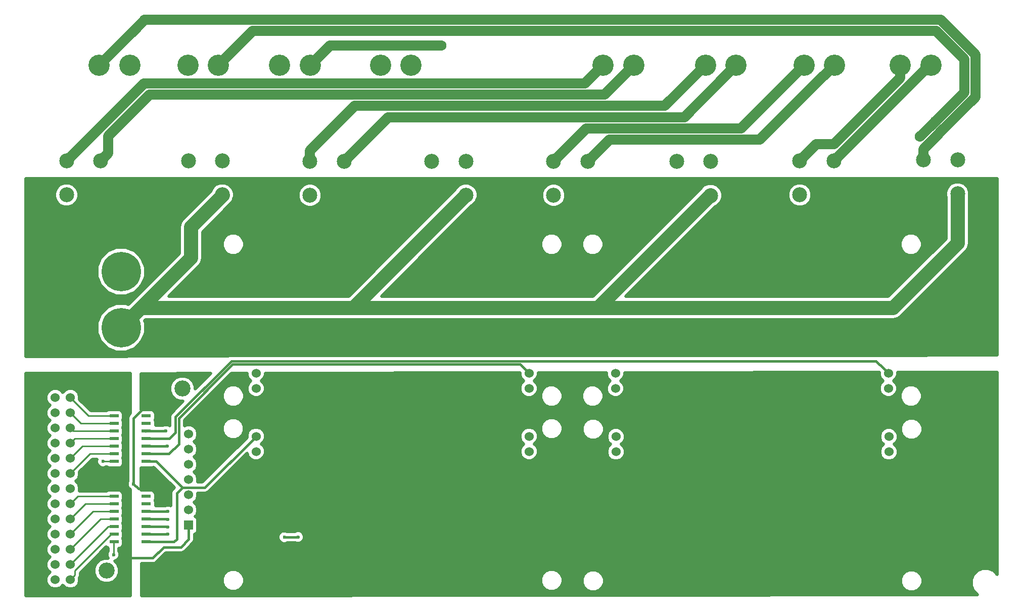
<source format=gbl>
G04 #@! TF.FileFunction,Copper,L2,Bot,Signal*
%FSLAX46Y46*%
G04 Gerber Fmt 4.6, Leading zero omitted, Abs format (unit mm)*
G04 Created by KiCad (PCBNEW 4.0.7) date 01/25/18 14:49:12*
%MOMM*%
%LPD*%
G01*
G04 APERTURE LIST*
%ADD10C,0.100000*%
%ADD11C,2.692400*%
%ADD12R,1.524000X1.524000*%
%ADD13C,1.524000*%
%ADD14C,2.500000*%
%ADD15C,3.556000*%
%ADD16C,6.604000*%
%ADD17R,1.550000X0.600000*%
%ADD18C,1.727200*%
%ADD19C,0.600000*%
%ADD20C,1.727200*%
%ADD21C,0.381000*%
%ADD22C,0.152400*%
%ADD23C,0.254000*%
%ADD24C,2.362200*%
%ADD25C,0.508000*%
G04 APERTURE END LIST*
D10*
D11*
X77093990Y-114586324D03*
X64393990Y-145066324D03*
D12*
X53217990Y-146590324D03*
D13*
X58297990Y-146590324D03*
X78109990Y-122206324D03*
X78109990Y-124746324D03*
X78109990Y-127286324D03*
X78109990Y-129826324D03*
X78109990Y-132366324D03*
X78109990Y-134906324D03*
D12*
X78109990Y-137446324D03*
D13*
X55757990Y-146590324D03*
X58297990Y-144050324D03*
X55757990Y-144050324D03*
X58297990Y-141510324D03*
X55757990Y-141510324D03*
X58297990Y-138970324D03*
X55757990Y-138970324D03*
X58297990Y-136430324D03*
X55757990Y-136430324D03*
X58297990Y-133890324D03*
X55757990Y-133890324D03*
X58297990Y-131350324D03*
X55757990Y-131350324D03*
X58297990Y-128810324D03*
X55757990Y-128810324D03*
X58297990Y-126270324D03*
X55757990Y-126270324D03*
X58297990Y-123730324D03*
X55757990Y-123730324D03*
X58297990Y-121190324D03*
X55757990Y-121190324D03*
X58297990Y-118650324D03*
X55757990Y-118650324D03*
X58297990Y-116110324D03*
X55757990Y-116110324D03*
D12*
X53217990Y-144050324D03*
X53217990Y-141510324D03*
X53217990Y-138970324D03*
X53217990Y-136430324D03*
X53217990Y-133890324D03*
X53217990Y-131350324D03*
X53217990Y-128810324D03*
X53217990Y-126270324D03*
X53217990Y-123730324D03*
X53217990Y-121190324D03*
X53217990Y-118650324D03*
X53217990Y-116110324D03*
X195324342Y-117090262D03*
D13*
X195324342Y-114550262D03*
X195324342Y-112010262D03*
D14*
X98440000Y-76525000D03*
X104140000Y-76525000D03*
X98440000Y-82225000D03*
X104140000Y-82225000D03*
D15*
X152654000Y-60452000D03*
X147523200Y-60452000D03*
X63119000Y-60452000D03*
X68249800Y-60452000D03*
X169799000Y-60452000D03*
X164668200Y-60452000D03*
X77978000Y-60452000D03*
X83108800Y-60452000D03*
X186309000Y-60452000D03*
X181178200Y-60452000D03*
X93345000Y-60452000D03*
X98475800Y-60452000D03*
X202438000Y-60452000D03*
X197307200Y-60452000D03*
X110236000Y-60452000D03*
X115366800Y-60452000D03*
D16*
X66802000Y-94996000D03*
X59639200Y-94996000D03*
X66802000Y-104394000D03*
X59639200Y-104394000D03*
D17*
X70997990Y-140240324D03*
X70997990Y-137700324D03*
X70997990Y-136430324D03*
X70997990Y-135160324D03*
X70997990Y-133890324D03*
X70997990Y-132620324D03*
X70997990Y-131350324D03*
X65609990Y-131350324D03*
X65609990Y-132620324D03*
X65609990Y-133890324D03*
X65609990Y-135160324D03*
X65609990Y-136430324D03*
X65609990Y-137700324D03*
X65609990Y-138970324D03*
X65609990Y-140240324D03*
X70997990Y-138970324D03*
X70997990Y-126778324D03*
X70997990Y-124238324D03*
X70997990Y-122968324D03*
X70997990Y-121698324D03*
X70997990Y-120428324D03*
X70997990Y-119158324D03*
X70997990Y-117888324D03*
X65609990Y-117888324D03*
X65609990Y-119158324D03*
X65609990Y-120428324D03*
X65609990Y-121698324D03*
X65609990Y-122968324D03*
X65609990Y-124238324D03*
X65609990Y-125508324D03*
X65609990Y-126778324D03*
X70997990Y-125508324D03*
D12*
X149606000Y-117094000D03*
D13*
X149606000Y-114554000D03*
X149606000Y-112014000D03*
D12*
X195402200Y-120091200D03*
D13*
X195402200Y-122631200D03*
X195402200Y-125171200D03*
D12*
X89408000Y-117090262D03*
D13*
X89408000Y-114550262D03*
X89408000Y-112010262D03*
D12*
X135128000Y-120015000D03*
D13*
X135128000Y-122555000D03*
X135128000Y-125095000D03*
D12*
X135115041Y-117093775D03*
D13*
X135115041Y-114553775D03*
X135115041Y-112013775D03*
D12*
X89393557Y-120017065D03*
D13*
X89393557Y-122557065D03*
X89393557Y-125097065D03*
D12*
X149682200Y-120091200D03*
D13*
X149682200Y-122631200D03*
X149682200Y-125171200D03*
D14*
X83743800Y-76454000D03*
X78043800Y-76454000D03*
X83743800Y-82154000D03*
X78043800Y-82154000D03*
X124547800Y-76499600D03*
X118847800Y-76499600D03*
X124547800Y-82199600D03*
X118847800Y-82199600D03*
X165531800Y-76555600D03*
X159831800Y-76555600D03*
X165531800Y-82255600D03*
X159831800Y-82255600D03*
X206918800Y-76276200D03*
X201218800Y-76276200D03*
X206918800Y-81976200D03*
X201218800Y-81976200D03*
X180482000Y-76454000D03*
X186182000Y-76454000D03*
X180482000Y-82154000D03*
X186182000Y-82154000D03*
X139244000Y-76525000D03*
X144944000Y-76525000D03*
X139244000Y-82225000D03*
X144944000Y-82225000D03*
X57658000Y-76454000D03*
X63358000Y-76454000D03*
X57658000Y-82154000D03*
X63358000Y-82154000D03*
D18*
X200629648Y-72390000D03*
X120396000Y-57150000D03*
D19*
X74650600Y-137718800D03*
X74650600Y-136448800D03*
X96418400Y-139420600D03*
X94157800Y-139446000D03*
X74650600Y-135153400D03*
X68859400Y-130530600D03*
X72644000Y-146177000D03*
X65532000Y-142367000D03*
X63754000Y-126746000D03*
X74650600Y-138963400D03*
X74549000Y-124206000D03*
X74295000Y-121666000D03*
D20*
X71526390Y-65379610D02*
X147726390Y-65379610D01*
X147726390Y-65379610D02*
X152654000Y-60452000D01*
X63358000Y-76454000D02*
X64607999Y-75204001D01*
X64607999Y-75204001D02*
X64607999Y-72298001D01*
X64607999Y-72298001D02*
X71526390Y-65379610D01*
X57658000Y-76454000D02*
X70612000Y-63500000D01*
X70612000Y-63500000D02*
X144475200Y-63500000D01*
X144475200Y-63500000D02*
X147523200Y-60452000D01*
X63119000Y-60452000D02*
X69342000Y-54229000D01*
X204080169Y-52832000D02*
X70739000Y-52832000D01*
X70739000Y-52832000D02*
X69342000Y-54229000D01*
X203845234Y-71882000D02*
X203845234Y-71832582D01*
X209905610Y-65772207D02*
X209905610Y-58657441D01*
X203845234Y-71832582D02*
X209905610Y-65772207D01*
X209905610Y-58657441D02*
X204080169Y-52832000D01*
X201218800Y-76276200D02*
X201218800Y-74508434D01*
X201218800Y-74508434D02*
X203845234Y-71882000D01*
X104140000Y-76525000D02*
X111526170Y-69138830D01*
X111526170Y-69138830D02*
X161112170Y-69138830D01*
X161112170Y-69138830D02*
X168021001Y-62229999D01*
X168021001Y-62229999D02*
X169799000Y-60452000D01*
X98440000Y-76525000D02*
X98440000Y-74757234D01*
X98440000Y-74757234D02*
X105938014Y-67259220D01*
X105938014Y-67259220D02*
X157860980Y-67259220D01*
X157860980Y-67259220D02*
X164668200Y-60452000D01*
X200629648Y-72390000D02*
X202438000Y-70581648D01*
X202438000Y-70581648D02*
X203169648Y-69850000D01*
X208026000Y-59436000D02*
X208026000Y-64993648D01*
X208026000Y-64993648D02*
X202438000Y-70581648D01*
X203301610Y-54711610D02*
X208026000Y-59436000D01*
X88849190Y-54711610D02*
X203301610Y-54711610D01*
X88849190Y-54711610D02*
X83108800Y-60452000D01*
X186309000Y-60452000D02*
X184531001Y-62229999D01*
X184531001Y-62229999D02*
X184404001Y-62229999D01*
X184404001Y-62229999D02*
X173735950Y-72898050D01*
X173735950Y-72898050D02*
X148570950Y-72898050D01*
X148570950Y-72898050D02*
X144944000Y-76525000D01*
X144944000Y-76525000D02*
X144944000Y-76163000D01*
X139244000Y-76525000D02*
X144750560Y-71018440D01*
X144750560Y-71018440D02*
X170611760Y-71018440D01*
X170611760Y-71018440D02*
X181178200Y-60452000D01*
X120396000Y-57150000D02*
X101777800Y-57150000D01*
X101777800Y-57150000D02*
X98475800Y-60452000D01*
X186182000Y-76454000D02*
X202184000Y-60452000D01*
X202184000Y-60452000D02*
X202438000Y-60452000D01*
X186182000Y-73660000D02*
X183276000Y-73660000D01*
X183276000Y-73660000D02*
X180482000Y-76454000D01*
X197307200Y-62534800D02*
X186182000Y-73660000D01*
X197307200Y-60452000D02*
X197307200Y-62534800D01*
D21*
X70997990Y-137700324D02*
X74632124Y-137700324D01*
X74632124Y-137700324D02*
X74650600Y-137718800D01*
D22*
X71304724Y-137700324D02*
X70997990Y-137700324D01*
D23*
X70997990Y-137700324D02*
X71472990Y-137700324D01*
D21*
X70997990Y-136430324D02*
X74632124Y-136430324D01*
X74632124Y-136430324D02*
X74650600Y-136448800D01*
X71646476Y-136430324D02*
X70997990Y-136430324D01*
D23*
X70522990Y-136430324D02*
X70997990Y-136430324D01*
D21*
X94607464Y-139420600D02*
X96418400Y-139420600D01*
X94157800Y-139446000D02*
X94582064Y-139446000D01*
X94582064Y-139446000D02*
X94607464Y-139420600D01*
X70997990Y-135160324D02*
X74643676Y-135160324D01*
X74643676Y-135160324D02*
X74650600Y-135153400D01*
D22*
X71472990Y-135160324D02*
X70997990Y-135160324D01*
X70752676Y-135160324D02*
X70997990Y-135160324D01*
D23*
X71576588Y-135160324D02*
X70997990Y-135160324D01*
X70997990Y-133890324D02*
X71472990Y-133890324D01*
D21*
X70997990Y-131350324D02*
X70071676Y-131350324D01*
X70997990Y-117888324D02*
X70522990Y-117888324D01*
X70522990Y-117888324D02*
X68859400Y-119551914D01*
X68859400Y-119551914D02*
X68859400Y-130530600D01*
X68859400Y-130530600D02*
X69679124Y-131350324D01*
X69679124Y-131350324D02*
X70997990Y-131350324D01*
D22*
X71374000Y-128143000D02*
X71374000Y-128016000D01*
X70997990Y-128519010D02*
X71374000Y-128143000D01*
X70997990Y-131350324D02*
X70997990Y-128519010D01*
D21*
X68021200Y-143002000D02*
X68097400Y-142925800D01*
X68097400Y-142925800D02*
X72085200Y-142925800D01*
X72085200Y-142925800D02*
X73914000Y-141097000D01*
X73914000Y-141097000D02*
X76809600Y-141097000D01*
X76809600Y-141097000D02*
X78109990Y-139796610D01*
X78109990Y-139796610D02*
X78109990Y-137446324D01*
D23*
X68021200Y-143002000D02*
X67691000Y-143002000D01*
X63659324Y-131350324D02*
X62357000Y-130048000D01*
X65609990Y-131350324D02*
X63659324Y-131350324D01*
X65532000Y-142367000D02*
X65532000Y-140318314D01*
X65532000Y-140318314D02*
X65609990Y-140240324D01*
X65609990Y-126778324D02*
X63786324Y-126778324D01*
X63786324Y-126778324D02*
X63754000Y-126746000D01*
X66084990Y-140240324D02*
X65609990Y-140240324D01*
D21*
X70997990Y-138970324D02*
X74643676Y-138970324D01*
X74643676Y-138970324D02*
X74650600Y-138963400D01*
D22*
X71472990Y-138970324D02*
X70997990Y-138970324D01*
D23*
X70965666Y-138938000D02*
X70997990Y-138970324D01*
X70941638Y-138913972D02*
X70997990Y-138970324D01*
X70461724Y-138970324D02*
X70997990Y-138970324D01*
D21*
X72153990Y-124238324D02*
X72186314Y-124206000D01*
X72186314Y-124206000D02*
X74549000Y-124206000D01*
X70997990Y-124238324D02*
X72153990Y-124238324D01*
D22*
X70522990Y-124238324D02*
X70997990Y-124238324D01*
D23*
X71472990Y-124238324D02*
X70997990Y-124238324D01*
D21*
X70997990Y-122968324D02*
X74897676Y-122968324D01*
X74897676Y-122968324D02*
X75920590Y-121945410D01*
X85250055Y-109956590D02*
X193270670Y-109956590D01*
X75920590Y-121945410D02*
X75920590Y-119286055D01*
X193270670Y-109956590D02*
X194562343Y-111248263D01*
X75920590Y-119286055D02*
X85250055Y-109956590D01*
X194562343Y-111248263D02*
X195324342Y-112010262D01*
D22*
X71030314Y-122936000D02*
X70997990Y-122968324D01*
D23*
X71472990Y-122968324D02*
X70997990Y-122968324D01*
D21*
X70997990Y-121698324D02*
X74262676Y-121698324D01*
X74262676Y-121698324D02*
X74295000Y-121666000D01*
D23*
X70903314Y-121793000D02*
X70997990Y-121698324D01*
D24*
X78486000Y-87559000D02*
X78486000Y-92710000D01*
X78486000Y-92710000D02*
X70103999Y-101092001D01*
X83820000Y-82225000D02*
X78486000Y-87559000D01*
X206920000Y-81971000D02*
X206920000Y-90260000D01*
X196087999Y-101092001D02*
X192058037Y-101092001D01*
X206920000Y-90260000D02*
X196087999Y-101092001D01*
X192058037Y-101092001D02*
X145542000Y-101092001D01*
X70103999Y-101092001D02*
X104648000Y-101092001D01*
X104648000Y-101092001D02*
X145542000Y-101092001D01*
X124572000Y-82225000D02*
X105704999Y-101092001D01*
X105704999Y-101092001D02*
X104648000Y-101092001D01*
X165518000Y-82225000D02*
X146650999Y-101092001D01*
X146650999Y-101092001D02*
X145542000Y-101092001D01*
X66802000Y-104394000D02*
X70103999Y-101092001D01*
D23*
X65134990Y-138970324D02*
X59059989Y-145045325D01*
X59059989Y-145045325D02*
X59059989Y-145828325D01*
X59059989Y-145828325D02*
X58297990Y-146590324D01*
X65609990Y-138970324D02*
X65134990Y-138970324D01*
X64647990Y-137700324D02*
X59059989Y-143288325D01*
X59059989Y-143288325D02*
X58297990Y-144050324D01*
X65609990Y-137700324D02*
X64647990Y-137700324D01*
X63377990Y-136430324D02*
X58297990Y-141510324D01*
X65609990Y-136430324D02*
X63377990Y-136430324D01*
X65609990Y-135160324D02*
X62107990Y-135160324D01*
X62107990Y-135160324D02*
X58297990Y-138970324D01*
X60837990Y-133890324D02*
X58297990Y-136430324D01*
X65609990Y-133890324D02*
X60837990Y-133890324D01*
X65609990Y-132620324D02*
X59567990Y-132620324D01*
X59567990Y-132620324D02*
X58297990Y-133890324D01*
X61599990Y-125508324D02*
X58297990Y-128810324D01*
X65609990Y-125508324D02*
X61599990Y-125508324D01*
X60329990Y-124238324D02*
X58297990Y-126270324D01*
X65609990Y-124238324D02*
X60329990Y-124238324D01*
X65609990Y-122968324D02*
X59059989Y-122968325D01*
X59059989Y-122968325D02*
X58297990Y-123730324D01*
X65609990Y-121698324D02*
X58805990Y-121698324D01*
X58805990Y-121698324D02*
X58297990Y-121190324D01*
X65609990Y-120428324D02*
X60075990Y-120428324D01*
X60075990Y-120428324D02*
X58297990Y-118650324D01*
X65609990Y-119158324D02*
X61345990Y-119158324D01*
X61345990Y-119158324D02*
X58297990Y-116110324D01*
D21*
X70997990Y-125508324D02*
X74770676Y-125508324D01*
X74770676Y-125508324D02*
X76454000Y-123825000D01*
X76454000Y-119507000D02*
X85471000Y-110490000D01*
X76454000Y-123825000D02*
X76454000Y-119507000D01*
X85471000Y-110490000D02*
X133591266Y-110490000D01*
X133591266Y-110490000D02*
X135115041Y-112013775D01*
D22*
X63358000Y-82154000D02*
X63358000Y-91277200D01*
X63358000Y-91277200D02*
X59639200Y-94996000D01*
D21*
X70997990Y-126778324D02*
X72669401Y-126778324D01*
X72669401Y-126778324D02*
X77038200Y-131147123D01*
X73983276Y-140240324D02*
X73787000Y-140240324D01*
X73787000Y-140240324D02*
X70997990Y-140240324D01*
X76098400Y-139801600D02*
X75659676Y-140240324D01*
X75659676Y-140240324D02*
X73787000Y-140240324D01*
X77038200Y-131147123D02*
X80803499Y-131147123D01*
X77038200Y-131147123D02*
X76098400Y-132086923D01*
X76098400Y-132086923D02*
X76098400Y-139801600D01*
X80803499Y-131147123D02*
X89393557Y-122557065D01*
D25*
G36*
X213528365Y-108967700D02*
X189947420Y-109004090D01*
X85250055Y-109004090D01*
X84885549Y-109076595D01*
X84751102Y-109166430D01*
X50842235Y-109218758D01*
X50842751Y-105198833D01*
X62737297Y-105198833D01*
X63354700Y-106693063D01*
X64496923Y-107837282D01*
X65990074Y-108457293D01*
X67606833Y-108458703D01*
X69101063Y-107841300D01*
X70245282Y-106699077D01*
X70865293Y-105205926D01*
X70866703Y-103589167D01*
X70717029Y-103226929D01*
X70908857Y-103035101D01*
X196087999Y-103035101D01*
X196831591Y-102887191D01*
X197461978Y-102465980D01*
X208293979Y-91633979D01*
X208715190Y-91003592D01*
X208863100Y-90260000D01*
X208863100Y-82540364D01*
X208930450Y-82378167D01*
X208931148Y-81577744D01*
X208625485Y-80837983D01*
X208059994Y-80271504D01*
X207320767Y-79964550D01*
X206520344Y-79963852D01*
X205780583Y-80269515D01*
X205214104Y-80835006D01*
X204907150Y-81574233D01*
X204906452Y-82374656D01*
X204976900Y-82545153D01*
X204976900Y-89455142D01*
X195283141Y-99148901D01*
X151342057Y-99148901D01*
X159703491Y-90787467D01*
X197279821Y-90787467D01*
X197561511Y-91469210D01*
X197561705Y-91469404D01*
X197563169Y-91472948D01*
X198084309Y-91994998D01*
X198765559Y-92277878D01*
X199503205Y-92278521D01*
X200184948Y-91996831D01*
X200706998Y-91475691D01*
X200989878Y-90794441D01*
X200990521Y-90056795D01*
X200708831Y-89375052D01*
X200708637Y-89374858D01*
X200707173Y-89371314D01*
X200186033Y-88849264D01*
X199504783Y-88566384D01*
X198767137Y-88565741D01*
X198085394Y-88847431D01*
X197563344Y-89368571D01*
X197280464Y-90049821D01*
X197279821Y-90787467D01*
X159703491Y-90787467D01*
X166429148Y-84061810D01*
X166670017Y-83962285D01*
X167236496Y-83396794D01*
X167543450Y-82657567D01*
X167543541Y-82552456D01*
X178469652Y-82552456D01*
X178775315Y-83292217D01*
X179340806Y-83858696D01*
X180080033Y-84165650D01*
X180880456Y-84166348D01*
X181620217Y-83860685D01*
X182186696Y-83295194D01*
X182493650Y-82555967D01*
X182494348Y-81755544D01*
X182188685Y-81015783D01*
X181623194Y-80449304D01*
X180883967Y-80142350D01*
X180083544Y-80141652D01*
X179343783Y-80447315D01*
X178777304Y-81012806D01*
X178470350Y-81752033D01*
X178469652Y-82552456D01*
X167543541Y-82552456D01*
X167544148Y-81857144D01*
X167238485Y-81117383D01*
X166672994Y-80550904D01*
X165933767Y-80243950D01*
X165133344Y-80243252D01*
X164393583Y-80548915D01*
X163827104Y-81114406D01*
X163789091Y-81205951D01*
X145846141Y-99148901D01*
X110396057Y-99148901D01*
X118753978Y-90790980D01*
X137070520Y-90790980D01*
X137352210Y-91472723D01*
X137873350Y-91994773D01*
X138554600Y-92277653D01*
X139292246Y-92278296D01*
X139300758Y-92274779D01*
X139305205Y-92274783D01*
X139986948Y-91993093D01*
X140508998Y-91471953D01*
X140791878Y-90790703D01*
X140791880Y-90787467D01*
X143939821Y-90787467D01*
X144221511Y-91469210D01*
X144221705Y-91469404D01*
X144223169Y-91472948D01*
X144744309Y-91994998D01*
X145425559Y-92277878D01*
X146163205Y-92278521D01*
X146844948Y-91996831D01*
X147366998Y-91475691D01*
X147649878Y-90794441D01*
X147650521Y-90056795D01*
X147368831Y-89375052D01*
X147368637Y-89374858D01*
X147367173Y-89371314D01*
X146846033Y-88849264D01*
X146164783Y-88566384D01*
X145427137Y-88565741D01*
X144745394Y-88847431D01*
X144223344Y-89368571D01*
X143940464Y-90049821D01*
X143939821Y-90787467D01*
X140791880Y-90787467D01*
X140792521Y-90053057D01*
X140510831Y-89371314D01*
X139989691Y-88849264D01*
X139308441Y-88566384D01*
X138570795Y-88565741D01*
X138562283Y-88569258D01*
X138557836Y-88569254D01*
X137876093Y-88850944D01*
X137354043Y-89372084D01*
X137071163Y-90053334D01*
X137070520Y-90790980D01*
X118753978Y-90790980D01*
X125605336Y-83939622D01*
X125686017Y-83906285D01*
X126252496Y-83340794D01*
X126550360Y-82623456D01*
X137231652Y-82623456D01*
X137537315Y-83363217D01*
X138102806Y-83929696D01*
X138842033Y-84236650D01*
X139642456Y-84237348D01*
X140382217Y-83931685D01*
X140948696Y-83366194D01*
X141255650Y-82626967D01*
X141256348Y-81826544D01*
X140950685Y-81086783D01*
X140385194Y-80520304D01*
X139645967Y-80213350D01*
X138845544Y-80212652D01*
X138105783Y-80518315D01*
X137539304Y-81083806D01*
X137232350Y-81823033D01*
X137231652Y-82623456D01*
X126550360Y-82623456D01*
X126559450Y-82601567D01*
X126560148Y-81801144D01*
X126254485Y-81061383D01*
X125688994Y-80494904D01*
X124949767Y-80187950D01*
X124149344Y-80187252D01*
X123409583Y-80492915D01*
X122843104Y-81058406D01*
X122738343Y-81310699D01*
X104900141Y-99148901D01*
X74795057Y-99148901D01*
X79859979Y-94083980D01*
X80281190Y-93453592D01*
X80429100Y-92710000D01*
X80429100Y-90790980D01*
X83730520Y-90790980D01*
X84012210Y-91472723D01*
X84533350Y-91994773D01*
X85214600Y-92277653D01*
X85952246Y-92278296D01*
X85960758Y-92274779D01*
X85965205Y-92274783D01*
X86646948Y-91993093D01*
X87168998Y-91471953D01*
X87451878Y-90790703D01*
X87452521Y-90053057D01*
X87170831Y-89371314D01*
X86649691Y-88849264D01*
X85968441Y-88566384D01*
X85230795Y-88565741D01*
X85222283Y-88569258D01*
X85217836Y-88569254D01*
X84536093Y-88850944D01*
X84014043Y-89372084D01*
X83731163Y-90053334D01*
X83730520Y-90790980D01*
X80429100Y-90790980D01*
X80429100Y-88363858D01*
X85193979Y-83598979D01*
X85293732Y-83449688D01*
X85448496Y-83295194D01*
X85533096Y-83091454D01*
X85615190Y-82968592D01*
X85643766Y-82824932D01*
X85727426Y-82623456D01*
X96427652Y-82623456D01*
X96733315Y-83363217D01*
X97298806Y-83929696D01*
X98038033Y-84236650D01*
X98838456Y-84237348D01*
X99578217Y-83931685D01*
X100144696Y-83366194D01*
X100451650Y-82626967D01*
X100452348Y-81826544D01*
X100146685Y-81086783D01*
X99581194Y-80520304D01*
X98841967Y-80213350D01*
X98041544Y-80212652D01*
X97301783Y-80518315D01*
X96735304Y-81083806D01*
X96428350Y-81823033D01*
X96427652Y-82623456D01*
X85727426Y-82623456D01*
X85755450Y-82555967D01*
X85755706Y-82262171D01*
X85763100Y-82225000D01*
X85755771Y-82188153D01*
X85756148Y-81755544D01*
X85450485Y-81015783D01*
X84884994Y-80449304D01*
X84145767Y-80142350D01*
X83345344Y-80141652D01*
X82605583Y-80447315D01*
X82039104Y-81012806D01*
X81865038Y-81432004D01*
X77112021Y-86185021D01*
X76690810Y-86815408D01*
X76542900Y-87559000D01*
X76542900Y-91905141D01*
X68730020Y-99718022D01*
X67969633Y-100478409D01*
X67613926Y-100330707D01*
X65997167Y-100329297D01*
X64502937Y-100946700D01*
X63358718Y-102088923D01*
X62738707Y-103582074D01*
X62737297Y-105198833D01*
X50842751Y-105198833D01*
X50843957Y-95800833D01*
X62737297Y-95800833D01*
X63354700Y-97295063D01*
X64496923Y-98439282D01*
X65990074Y-99059293D01*
X67606833Y-99060703D01*
X69101063Y-98443300D01*
X70245282Y-97301077D01*
X70865293Y-95807926D01*
X70866703Y-94191167D01*
X70249300Y-92696937D01*
X69107077Y-91552718D01*
X67613926Y-90932707D01*
X65997167Y-90931297D01*
X64502937Y-91548700D01*
X63358718Y-92690923D01*
X62738707Y-94184074D01*
X62737297Y-95800833D01*
X50843957Y-95800833D01*
X50845658Y-82552456D01*
X55645652Y-82552456D01*
X55951315Y-83292217D01*
X56516806Y-83858696D01*
X57256033Y-84165650D01*
X58056456Y-84166348D01*
X58796217Y-83860685D01*
X59362696Y-83295194D01*
X59669650Y-82555967D01*
X59670348Y-81755544D01*
X59364685Y-81015783D01*
X58799194Y-80449304D01*
X58059967Y-80142350D01*
X57259544Y-80141652D01*
X56519783Y-80447315D01*
X55953304Y-81012806D01*
X55646350Y-81752033D01*
X55645652Y-82552456D01*
X50845658Y-82552456D01*
X50846066Y-79375000D01*
X213520716Y-79375000D01*
X213528365Y-108967700D01*
X213528365Y-108967700D01*
G37*
X213528365Y-108967700D02*
X189947420Y-109004090D01*
X85250055Y-109004090D01*
X84885549Y-109076595D01*
X84751102Y-109166430D01*
X50842235Y-109218758D01*
X50842751Y-105198833D01*
X62737297Y-105198833D01*
X63354700Y-106693063D01*
X64496923Y-107837282D01*
X65990074Y-108457293D01*
X67606833Y-108458703D01*
X69101063Y-107841300D01*
X70245282Y-106699077D01*
X70865293Y-105205926D01*
X70866703Y-103589167D01*
X70717029Y-103226929D01*
X70908857Y-103035101D01*
X196087999Y-103035101D01*
X196831591Y-102887191D01*
X197461978Y-102465980D01*
X208293979Y-91633979D01*
X208715190Y-91003592D01*
X208863100Y-90260000D01*
X208863100Y-82540364D01*
X208930450Y-82378167D01*
X208931148Y-81577744D01*
X208625485Y-80837983D01*
X208059994Y-80271504D01*
X207320767Y-79964550D01*
X206520344Y-79963852D01*
X205780583Y-80269515D01*
X205214104Y-80835006D01*
X204907150Y-81574233D01*
X204906452Y-82374656D01*
X204976900Y-82545153D01*
X204976900Y-89455142D01*
X195283141Y-99148901D01*
X151342057Y-99148901D01*
X159703491Y-90787467D01*
X197279821Y-90787467D01*
X197561511Y-91469210D01*
X197561705Y-91469404D01*
X197563169Y-91472948D01*
X198084309Y-91994998D01*
X198765559Y-92277878D01*
X199503205Y-92278521D01*
X200184948Y-91996831D01*
X200706998Y-91475691D01*
X200989878Y-90794441D01*
X200990521Y-90056795D01*
X200708831Y-89375052D01*
X200708637Y-89374858D01*
X200707173Y-89371314D01*
X200186033Y-88849264D01*
X199504783Y-88566384D01*
X198767137Y-88565741D01*
X198085394Y-88847431D01*
X197563344Y-89368571D01*
X197280464Y-90049821D01*
X197279821Y-90787467D01*
X159703491Y-90787467D01*
X166429148Y-84061810D01*
X166670017Y-83962285D01*
X167236496Y-83396794D01*
X167543450Y-82657567D01*
X167543541Y-82552456D01*
X178469652Y-82552456D01*
X178775315Y-83292217D01*
X179340806Y-83858696D01*
X180080033Y-84165650D01*
X180880456Y-84166348D01*
X181620217Y-83860685D01*
X182186696Y-83295194D01*
X182493650Y-82555967D01*
X182494348Y-81755544D01*
X182188685Y-81015783D01*
X181623194Y-80449304D01*
X180883967Y-80142350D01*
X180083544Y-80141652D01*
X179343783Y-80447315D01*
X178777304Y-81012806D01*
X178470350Y-81752033D01*
X178469652Y-82552456D01*
X167543541Y-82552456D01*
X167544148Y-81857144D01*
X167238485Y-81117383D01*
X166672994Y-80550904D01*
X165933767Y-80243950D01*
X165133344Y-80243252D01*
X164393583Y-80548915D01*
X163827104Y-81114406D01*
X163789091Y-81205951D01*
X145846141Y-99148901D01*
X110396057Y-99148901D01*
X118753978Y-90790980D01*
X137070520Y-90790980D01*
X137352210Y-91472723D01*
X137873350Y-91994773D01*
X138554600Y-92277653D01*
X139292246Y-92278296D01*
X139300758Y-92274779D01*
X139305205Y-92274783D01*
X139986948Y-91993093D01*
X140508998Y-91471953D01*
X140791878Y-90790703D01*
X140791880Y-90787467D01*
X143939821Y-90787467D01*
X144221511Y-91469210D01*
X144221705Y-91469404D01*
X144223169Y-91472948D01*
X144744309Y-91994998D01*
X145425559Y-92277878D01*
X146163205Y-92278521D01*
X146844948Y-91996831D01*
X147366998Y-91475691D01*
X147649878Y-90794441D01*
X147650521Y-90056795D01*
X147368831Y-89375052D01*
X147368637Y-89374858D01*
X147367173Y-89371314D01*
X146846033Y-88849264D01*
X146164783Y-88566384D01*
X145427137Y-88565741D01*
X144745394Y-88847431D01*
X144223344Y-89368571D01*
X143940464Y-90049821D01*
X143939821Y-90787467D01*
X140791880Y-90787467D01*
X140792521Y-90053057D01*
X140510831Y-89371314D01*
X139989691Y-88849264D01*
X139308441Y-88566384D01*
X138570795Y-88565741D01*
X138562283Y-88569258D01*
X138557836Y-88569254D01*
X137876093Y-88850944D01*
X137354043Y-89372084D01*
X137071163Y-90053334D01*
X137070520Y-90790980D01*
X118753978Y-90790980D01*
X125605336Y-83939622D01*
X125686017Y-83906285D01*
X126252496Y-83340794D01*
X126550360Y-82623456D01*
X137231652Y-82623456D01*
X137537315Y-83363217D01*
X138102806Y-83929696D01*
X138842033Y-84236650D01*
X139642456Y-84237348D01*
X140382217Y-83931685D01*
X140948696Y-83366194D01*
X141255650Y-82626967D01*
X141256348Y-81826544D01*
X140950685Y-81086783D01*
X140385194Y-80520304D01*
X139645967Y-80213350D01*
X138845544Y-80212652D01*
X138105783Y-80518315D01*
X137539304Y-81083806D01*
X137232350Y-81823033D01*
X137231652Y-82623456D01*
X126550360Y-82623456D01*
X126559450Y-82601567D01*
X126560148Y-81801144D01*
X126254485Y-81061383D01*
X125688994Y-80494904D01*
X124949767Y-80187950D01*
X124149344Y-80187252D01*
X123409583Y-80492915D01*
X122843104Y-81058406D01*
X122738343Y-81310699D01*
X104900141Y-99148901D01*
X74795057Y-99148901D01*
X79859979Y-94083980D01*
X80281190Y-93453592D01*
X80429100Y-92710000D01*
X80429100Y-90790980D01*
X83730520Y-90790980D01*
X84012210Y-91472723D01*
X84533350Y-91994773D01*
X85214600Y-92277653D01*
X85952246Y-92278296D01*
X85960758Y-92274779D01*
X85965205Y-92274783D01*
X86646948Y-91993093D01*
X87168998Y-91471953D01*
X87451878Y-90790703D01*
X87452521Y-90053057D01*
X87170831Y-89371314D01*
X86649691Y-88849264D01*
X85968441Y-88566384D01*
X85230795Y-88565741D01*
X85222283Y-88569258D01*
X85217836Y-88569254D01*
X84536093Y-88850944D01*
X84014043Y-89372084D01*
X83731163Y-90053334D01*
X83730520Y-90790980D01*
X80429100Y-90790980D01*
X80429100Y-88363858D01*
X85193979Y-83598979D01*
X85293732Y-83449688D01*
X85448496Y-83295194D01*
X85533096Y-83091454D01*
X85615190Y-82968592D01*
X85643766Y-82824932D01*
X85727426Y-82623456D01*
X96427652Y-82623456D01*
X96733315Y-83363217D01*
X97298806Y-83929696D01*
X98038033Y-84236650D01*
X98838456Y-84237348D01*
X99578217Y-83931685D01*
X100144696Y-83366194D01*
X100451650Y-82626967D01*
X100452348Y-81826544D01*
X100146685Y-81086783D01*
X99581194Y-80520304D01*
X98841967Y-80213350D01*
X98041544Y-80212652D01*
X97301783Y-80518315D01*
X96735304Y-81083806D01*
X96428350Y-81823033D01*
X96427652Y-82623456D01*
X85727426Y-82623456D01*
X85755450Y-82555967D01*
X85755706Y-82262171D01*
X85763100Y-82225000D01*
X85755771Y-82188153D01*
X85756148Y-81755544D01*
X85450485Y-81015783D01*
X84884994Y-80449304D01*
X84145767Y-80142350D01*
X83345344Y-80141652D01*
X82605583Y-80447315D01*
X82039104Y-81012806D01*
X81865038Y-81432004D01*
X77112021Y-86185021D01*
X76690810Y-86815408D01*
X76542900Y-87559000D01*
X76542900Y-91905141D01*
X68730020Y-99718022D01*
X67969633Y-100478409D01*
X67613926Y-100330707D01*
X65997167Y-100329297D01*
X64502937Y-100946700D01*
X63358718Y-102088923D01*
X62738707Y-103582074D01*
X62737297Y-105198833D01*
X50842751Y-105198833D01*
X50843957Y-95800833D01*
X62737297Y-95800833D01*
X63354700Y-97295063D01*
X64496923Y-98439282D01*
X65990074Y-99059293D01*
X67606833Y-99060703D01*
X69101063Y-98443300D01*
X70245282Y-97301077D01*
X70865293Y-95807926D01*
X70866703Y-94191167D01*
X70249300Y-92696937D01*
X69107077Y-91552718D01*
X67613926Y-90932707D01*
X65997167Y-90931297D01*
X64502937Y-91548700D01*
X63358718Y-92690923D01*
X62738707Y-94184074D01*
X62737297Y-95800833D01*
X50843957Y-95800833D01*
X50845658Y-82552456D01*
X55645652Y-82552456D01*
X55951315Y-83292217D01*
X56516806Y-83858696D01*
X57256033Y-84165650D01*
X58056456Y-84166348D01*
X58796217Y-83860685D01*
X59362696Y-83295194D01*
X59669650Y-82555967D01*
X59670348Y-81755544D01*
X59364685Y-81015783D01*
X58799194Y-80449304D01*
X58059967Y-80142350D01*
X57259544Y-80141652D01*
X56519783Y-80447315D01*
X55953304Y-81012806D01*
X55646350Y-81752033D01*
X55645652Y-82552456D01*
X50845658Y-82552456D01*
X50846066Y-79375000D01*
X213520716Y-79375000D01*
X213528365Y-108967700D01*
G36*
X68326000Y-118738276D02*
X68185881Y-118878395D01*
X67979405Y-119187408D01*
X67906900Y-119551914D01*
X67906900Y-130055168D01*
X67797585Y-130318428D01*
X67797216Y-130740918D01*
X67958555Y-131131389D01*
X68257040Y-131430395D01*
X68326000Y-131459030D01*
X68326000Y-149277000D01*
X50837093Y-149277000D01*
X50841311Y-116412136D01*
X54233726Y-116412136D01*
X54465252Y-116972473D01*
X54872727Y-117380660D01*
X54466759Y-117785920D01*
X54234255Y-118345852D01*
X54233726Y-118952136D01*
X54465252Y-119512473D01*
X54872727Y-119920660D01*
X54466759Y-120325920D01*
X54234255Y-120885852D01*
X54233726Y-121492136D01*
X54465252Y-122052473D01*
X54872727Y-122460660D01*
X54466759Y-122865920D01*
X54234255Y-123425852D01*
X54233726Y-124032136D01*
X54465252Y-124592473D01*
X54872727Y-125000660D01*
X54466759Y-125405920D01*
X54234255Y-125965852D01*
X54233726Y-126572136D01*
X54465252Y-127132473D01*
X54872727Y-127540660D01*
X54466759Y-127945920D01*
X54234255Y-128505852D01*
X54233726Y-129112136D01*
X54465252Y-129672473D01*
X54872727Y-130080660D01*
X54466759Y-130485920D01*
X54234255Y-131045852D01*
X54233726Y-131652136D01*
X54465252Y-132212473D01*
X54872727Y-132620660D01*
X54466759Y-133025920D01*
X54234255Y-133585852D01*
X54233726Y-134192136D01*
X54465252Y-134752473D01*
X54872727Y-135160660D01*
X54466759Y-135565920D01*
X54234255Y-136125852D01*
X54233726Y-136732136D01*
X54465252Y-137292473D01*
X54872727Y-137700660D01*
X54466759Y-138105920D01*
X54234255Y-138665852D01*
X54233726Y-139272136D01*
X54465252Y-139832473D01*
X54872727Y-140240660D01*
X54466759Y-140645920D01*
X54234255Y-141205852D01*
X54233726Y-141812136D01*
X54465252Y-142372473D01*
X54872727Y-142780660D01*
X54466759Y-143185920D01*
X54234255Y-143745852D01*
X54233726Y-144352136D01*
X54465252Y-144912473D01*
X54872727Y-145320660D01*
X54466759Y-145725920D01*
X54234255Y-146285852D01*
X54233726Y-146892136D01*
X54465252Y-147452473D01*
X54893586Y-147881555D01*
X55453518Y-148114059D01*
X56059802Y-148114588D01*
X56620139Y-147883062D01*
X57028326Y-147475587D01*
X57433586Y-147881555D01*
X57993518Y-148114059D01*
X58599802Y-148114588D01*
X59160139Y-147883062D01*
X59589221Y-147454728D01*
X59821725Y-146894796D01*
X59822254Y-146288512D01*
X59814190Y-146268995D01*
X59881318Y-146168531D01*
X59948989Y-145828325D01*
X59948989Y-145413561D01*
X64279517Y-141083033D01*
X64532721Y-141256041D01*
X64643000Y-141278373D01*
X64643000Y-141753864D01*
X64632205Y-141764640D01*
X64470185Y-142154828D01*
X64469816Y-142577318D01*
X64627245Y-142958327D01*
X63976483Y-142957759D01*
X63201351Y-143278037D01*
X62607787Y-143870565D01*
X62286157Y-144645137D01*
X62285425Y-145483831D01*
X62605703Y-146258963D01*
X63198231Y-146852527D01*
X63972803Y-147174157D01*
X64811497Y-147174889D01*
X65586629Y-146854611D01*
X66180193Y-146262083D01*
X66501823Y-145487511D01*
X66502555Y-144648817D01*
X66182277Y-143873685D01*
X65738549Y-143429181D01*
X65742318Y-143429184D01*
X66132789Y-143267845D01*
X66431795Y-142969360D01*
X66593815Y-142579172D01*
X66594184Y-142156682D01*
X66432845Y-141766211D01*
X66421000Y-141754345D01*
X66421000Y-141310476D01*
X66667370Y-141264119D01*
X66926719Y-141097232D01*
X67100707Y-140842593D01*
X67161918Y-140540324D01*
X67161918Y-139940324D01*
X67108785Y-139657944D01*
X67076583Y-139607900D01*
X67100707Y-139572593D01*
X67161918Y-139270324D01*
X67161918Y-138670324D01*
X67108785Y-138387944D01*
X67076583Y-138337900D01*
X67100707Y-138302593D01*
X67161918Y-138000324D01*
X67161918Y-137400324D01*
X67108785Y-137117944D01*
X67076583Y-137067900D01*
X67100707Y-137032593D01*
X67161918Y-136730324D01*
X67161918Y-136130324D01*
X67108785Y-135847944D01*
X67076583Y-135797900D01*
X67100707Y-135762593D01*
X67161918Y-135460324D01*
X67161918Y-134860324D01*
X67108785Y-134577944D01*
X67076583Y-134527900D01*
X67100707Y-134492593D01*
X67161918Y-134190324D01*
X67161918Y-133590324D01*
X67108785Y-133307944D01*
X67076583Y-133257900D01*
X67100707Y-133222593D01*
X67161918Y-132920324D01*
X67161918Y-132320324D01*
X67108785Y-132037944D01*
X66941898Y-131778595D01*
X66687259Y-131604607D01*
X66384990Y-131543396D01*
X64834990Y-131543396D01*
X64552610Y-131596529D01*
X64343133Y-131731324D01*
X59789948Y-131731324D01*
X59821725Y-131654796D01*
X59822254Y-131048512D01*
X59590728Y-130488175D01*
X59183253Y-130079988D01*
X59589221Y-129674728D01*
X59821725Y-129114796D01*
X59822224Y-128543326D01*
X61968226Y-126397324D01*
X62748866Y-126397324D01*
X62692185Y-126533828D01*
X62691816Y-126956318D01*
X62853155Y-127346789D01*
X63151640Y-127645795D01*
X63541828Y-127807815D01*
X63964318Y-127808184D01*
X64305226Y-127667324D01*
X64347265Y-127667324D01*
X64532721Y-127794041D01*
X64834990Y-127855252D01*
X66384990Y-127855252D01*
X66667370Y-127802119D01*
X66926719Y-127635232D01*
X67100707Y-127380593D01*
X67161918Y-127078324D01*
X67161918Y-126478324D01*
X67108785Y-126195944D01*
X67076583Y-126145900D01*
X67100707Y-126110593D01*
X67161918Y-125808324D01*
X67161918Y-125208324D01*
X67108785Y-124925944D01*
X67076583Y-124875900D01*
X67100707Y-124840593D01*
X67161918Y-124538324D01*
X67161918Y-123938324D01*
X67108785Y-123655944D01*
X67076583Y-123605900D01*
X67100707Y-123570593D01*
X67161918Y-123268324D01*
X67161918Y-122668324D01*
X67108785Y-122385944D01*
X67076583Y-122335900D01*
X67100707Y-122300593D01*
X67161918Y-121998324D01*
X67161918Y-121398324D01*
X67108785Y-121115944D01*
X67076583Y-121065900D01*
X67100707Y-121030593D01*
X67161918Y-120728324D01*
X67161918Y-120128324D01*
X67108785Y-119845944D01*
X67076583Y-119795900D01*
X67100707Y-119760593D01*
X67161918Y-119458324D01*
X67161918Y-118858324D01*
X67108785Y-118575944D01*
X66941898Y-118316595D01*
X66687259Y-118142607D01*
X66384990Y-118081396D01*
X64834990Y-118081396D01*
X64552610Y-118134529D01*
X64343133Y-118269324D01*
X61714226Y-118269324D01*
X59821758Y-116376856D01*
X59822254Y-115808512D01*
X59590728Y-115248175D01*
X59162394Y-114819093D01*
X58602462Y-114586589D01*
X57996178Y-114586060D01*
X57435841Y-114817586D01*
X57027654Y-115225061D01*
X56622394Y-114819093D01*
X56062462Y-114586589D01*
X55456178Y-114586060D01*
X54895841Y-114817586D01*
X54466759Y-115245920D01*
X54234255Y-115805852D01*
X54233726Y-116412136D01*
X50841311Y-116412136D01*
X50841876Y-112014000D01*
X68326000Y-112014000D01*
X68326000Y-118738276D01*
X68326000Y-118738276D01*
G37*
X68326000Y-118738276D02*
X68185881Y-118878395D01*
X67979405Y-119187408D01*
X67906900Y-119551914D01*
X67906900Y-130055168D01*
X67797585Y-130318428D01*
X67797216Y-130740918D01*
X67958555Y-131131389D01*
X68257040Y-131430395D01*
X68326000Y-131459030D01*
X68326000Y-149277000D01*
X50837093Y-149277000D01*
X50841311Y-116412136D01*
X54233726Y-116412136D01*
X54465252Y-116972473D01*
X54872727Y-117380660D01*
X54466759Y-117785920D01*
X54234255Y-118345852D01*
X54233726Y-118952136D01*
X54465252Y-119512473D01*
X54872727Y-119920660D01*
X54466759Y-120325920D01*
X54234255Y-120885852D01*
X54233726Y-121492136D01*
X54465252Y-122052473D01*
X54872727Y-122460660D01*
X54466759Y-122865920D01*
X54234255Y-123425852D01*
X54233726Y-124032136D01*
X54465252Y-124592473D01*
X54872727Y-125000660D01*
X54466759Y-125405920D01*
X54234255Y-125965852D01*
X54233726Y-126572136D01*
X54465252Y-127132473D01*
X54872727Y-127540660D01*
X54466759Y-127945920D01*
X54234255Y-128505852D01*
X54233726Y-129112136D01*
X54465252Y-129672473D01*
X54872727Y-130080660D01*
X54466759Y-130485920D01*
X54234255Y-131045852D01*
X54233726Y-131652136D01*
X54465252Y-132212473D01*
X54872727Y-132620660D01*
X54466759Y-133025920D01*
X54234255Y-133585852D01*
X54233726Y-134192136D01*
X54465252Y-134752473D01*
X54872727Y-135160660D01*
X54466759Y-135565920D01*
X54234255Y-136125852D01*
X54233726Y-136732136D01*
X54465252Y-137292473D01*
X54872727Y-137700660D01*
X54466759Y-138105920D01*
X54234255Y-138665852D01*
X54233726Y-139272136D01*
X54465252Y-139832473D01*
X54872727Y-140240660D01*
X54466759Y-140645920D01*
X54234255Y-141205852D01*
X54233726Y-141812136D01*
X54465252Y-142372473D01*
X54872727Y-142780660D01*
X54466759Y-143185920D01*
X54234255Y-143745852D01*
X54233726Y-144352136D01*
X54465252Y-144912473D01*
X54872727Y-145320660D01*
X54466759Y-145725920D01*
X54234255Y-146285852D01*
X54233726Y-146892136D01*
X54465252Y-147452473D01*
X54893586Y-147881555D01*
X55453518Y-148114059D01*
X56059802Y-148114588D01*
X56620139Y-147883062D01*
X57028326Y-147475587D01*
X57433586Y-147881555D01*
X57993518Y-148114059D01*
X58599802Y-148114588D01*
X59160139Y-147883062D01*
X59589221Y-147454728D01*
X59821725Y-146894796D01*
X59822254Y-146288512D01*
X59814190Y-146268995D01*
X59881318Y-146168531D01*
X59948989Y-145828325D01*
X59948989Y-145413561D01*
X64279517Y-141083033D01*
X64532721Y-141256041D01*
X64643000Y-141278373D01*
X64643000Y-141753864D01*
X64632205Y-141764640D01*
X64470185Y-142154828D01*
X64469816Y-142577318D01*
X64627245Y-142958327D01*
X63976483Y-142957759D01*
X63201351Y-143278037D01*
X62607787Y-143870565D01*
X62286157Y-144645137D01*
X62285425Y-145483831D01*
X62605703Y-146258963D01*
X63198231Y-146852527D01*
X63972803Y-147174157D01*
X64811497Y-147174889D01*
X65586629Y-146854611D01*
X66180193Y-146262083D01*
X66501823Y-145487511D01*
X66502555Y-144648817D01*
X66182277Y-143873685D01*
X65738549Y-143429181D01*
X65742318Y-143429184D01*
X66132789Y-143267845D01*
X66431795Y-142969360D01*
X66593815Y-142579172D01*
X66594184Y-142156682D01*
X66432845Y-141766211D01*
X66421000Y-141754345D01*
X66421000Y-141310476D01*
X66667370Y-141264119D01*
X66926719Y-141097232D01*
X67100707Y-140842593D01*
X67161918Y-140540324D01*
X67161918Y-139940324D01*
X67108785Y-139657944D01*
X67076583Y-139607900D01*
X67100707Y-139572593D01*
X67161918Y-139270324D01*
X67161918Y-138670324D01*
X67108785Y-138387944D01*
X67076583Y-138337900D01*
X67100707Y-138302593D01*
X67161918Y-138000324D01*
X67161918Y-137400324D01*
X67108785Y-137117944D01*
X67076583Y-137067900D01*
X67100707Y-137032593D01*
X67161918Y-136730324D01*
X67161918Y-136130324D01*
X67108785Y-135847944D01*
X67076583Y-135797900D01*
X67100707Y-135762593D01*
X67161918Y-135460324D01*
X67161918Y-134860324D01*
X67108785Y-134577944D01*
X67076583Y-134527900D01*
X67100707Y-134492593D01*
X67161918Y-134190324D01*
X67161918Y-133590324D01*
X67108785Y-133307944D01*
X67076583Y-133257900D01*
X67100707Y-133222593D01*
X67161918Y-132920324D01*
X67161918Y-132320324D01*
X67108785Y-132037944D01*
X66941898Y-131778595D01*
X66687259Y-131604607D01*
X66384990Y-131543396D01*
X64834990Y-131543396D01*
X64552610Y-131596529D01*
X64343133Y-131731324D01*
X59789948Y-131731324D01*
X59821725Y-131654796D01*
X59822254Y-131048512D01*
X59590728Y-130488175D01*
X59183253Y-130079988D01*
X59589221Y-129674728D01*
X59821725Y-129114796D01*
X59822224Y-128543326D01*
X61968226Y-126397324D01*
X62748866Y-126397324D01*
X62692185Y-126533828D01*
X62691816Y-126956318D01*
X62853155Y-127346789D01*
X63151640Y-127645795D01*
X63541828Y-127807815D01*
X63964318Y-127808184D01*
X64305226Y-127667324D01*
X64347265Y-127667324D01*
X64532721Y-127794041D01*
X64834990Y-127855252D01*
X66384990Y-127855252D01*
X66667370Y-127802119D01*
X66926719Y-127635232D01*
X67100707Y-127380593D01*
X67161918Y-127078324D01*
X67161918Y-126478324D01*
X67108785Y-126195944D01*
X67076583Y-126145900D01*
X67100707Y-126110593D01*
X67161918Y-125808324D01*
X67161918Y-125208324D01*
X67108785Y-124925944D01*
X67076583Y-124875900D01*
X67100707Y-124840593D01*
X67161918Y-124538324D01*
X67161918Y-123938324D01*
X67108785Y-123655944D01*
X67076583Y-123605900D01*
X67100707Y-123570593D01*
X67161918Y-123268324D01*
X67161918Y-122668324D01*
X67108785Y-122385944D01*
X67076583Y-122335900D01*
X67100707Y-122300593D01*
X67161918Y-121998324D01*
X67161918Y-121398324D01*
X67108785Y-121115944D01*
X67076583Y-121065900D01*
X67100707Y-121030593D01*
X67161918Y-120728324D01*
X67161918Y-120128324D01*
X67108785Y-119845944D01*
X67076583Y-119795900D01*
X67100707Y-119760593D01*
X67161918Y-119458324D01*
X67161918Y-118858324D01*
X67108785Y-118575944D01*
X66941898Y-118316595D01*
X66687259Y-118142607D01*
X66384990Y-118081396D01*
X64834990Y-118081396D01*
X64552610Y-118134529D01*
X64343133Y-118269324D01*
X61714226Y-118269324D01*
X59821758Y-116376856D01*
X59822254Y-115808512D01*
X59590728Y-115248175D01*
X59162394Y-114819093D01*
X58602462Y-114586589D01*
X57996178Y-114586060D01*
X57435841Y-114817586D01*
X57027654Y-115225061D01*
X56622394Y-114819093D01*
X56062462Y-114586589D01*
X55456178Y-114586060D01*
X54895841Y-114817586D01*
X54466759Y-115245920D01*
X54234255Y-115805852D01*
X54233726Y-116412136D01*
X50841311Y-116412136D01*
X50841876Y-112014000D01*
X68326000Y-112014000D01*
X68326000Y-118738276D01*
G36*
X213537854Y-145681981D02*
X212921712Y-145064762D01*
X212053892Y-144704411D01*
X211114230Y-144703591D01*
X210245783Y-145062427D01*
X209580762Y-145726288D01*
X209220411Y-146594108D01*
X209219591Y-147533770D01*
X209578427Y-148402217D01*
X210228095Y-149053020D01*
X70204916Y-149275397D01*
X70198934Y-147054270D01*
X83729036Y-147054270D01*
X84010726Y-147736013D01*
X84531866Y-148258063D01*
X85213116Y-148540943D01*
X85950762Y-148541586D01*
X85955780Y-148539513D01*
X85965205Y-148539521D01*
X86646948Y-148257831D01*
X87168998Y-147736691D01*
X87451878Y-147055441D01*
X87451879Y-147054270D01*
X137069036Y-147054270D01*
X137350726Y-147736013D01*
X137871866Y-148258063D01*
X138553116Y-148540943D01*
X139290762Y-148541586D01*
X139295780Y-148539513D01*
X139305205Y-148539521D01*
X139986948Y-148257831D01*
X140508998Y-147736691D01*
X140761580Y-147128405D01*
X144017679Y-147128405D01*
X144299369Y-147810148D01*
X144820509Y-148332198D01*
X145501759Y-148615078D01*
X146239405Y-148615721D01*
X146921148Y-148334031D01*
X147443198Y-147812891D01*
X147726078Y-147131641D01*
X147726080Y-147128405D01*
X197357679Y-147128405D01*
X197639369Y-147810148D01*
X198160509Y-148332198D01*
X198841759Y-148615078D01*
X199579405Y-148615721D01*
X200261148Y-148334031D01*
X200783198Y-147812891D01*
X201066078Y-147131641D01*
X201066721Y-146393995D01*
X200785031Y-145712252D01*
X200263891Y-145190202D01*
X199582641Y-144907322D01*
X198844995Y-144906679D01*
X198163252Y-145188369D01*
X197641202Y-145709509D01*
X197358322Y-146390759D01*
X197357679Y-147128405D01*
X147726080Y-147128405D01*
X147726721Y-146393995D01*
X147445031Y-145712252D01*
X146923891Y-145190202D01*
X146242641Y-144907322D01*
X145504995Y-144906679D01*
X144823252Y-145188369D01*
X144301202Y-145709509D01*
X144018322Y-146390759D01*
X144017679Y-147128405D01*
X140761580Y-147128405D01*
X140791878Y-147055441D01*
X140792521Y-146317795D01*
X140510831Y-145636052D01*
X139989691Y-145114002D01*
X139308441Y-144831122D01*
X138570795Y-144830479D01*
X138565777Y-144832552D01*
X138556352Y-144832544D01*
X137874609Y-145114234D01*
X137352559Y-145635374D01*
X137069679Y-146316624D01*
X137069036Y-147054270D01*
X87451879Y-147054270D01*
X87452521Y-146317795D01*
X87170831Y-145636052D01*
X86649691Y-145114002D01*
X85968441Y-144831122D01*
X85230795Y-144830479D01*
X85225777Y-144832552D01*
X85216352Y-144832544D01*
X84534609Y-145114234D01*
X84012559Y-145635374D01*
X83729679Y-146316624D01*
X83729036Y-147054270D01*
X70198934Y-147054270D01*
X70190378Y-143878300D01*
X72085200Y-143878300D01*
X72449706Y-143805795D01*
X72758719Y-143599319D01*
X74308538Y-142049500D01*
X76809600Y-142049500D01*
X77174106Y-141976995D01*
X77483119Y-141770519D01*
X78783509Y-140470129D01*
X78989985Y-140161116D01*
X79062490Y-139796610D01*
X79062490Y-139656318D01*
X93095616Y-139656318D01*
X93256955Y-140046789D01*
X93555440Y-140345795D01*
X93945628Y-140507815D01*
X94368118Y-140508184D01*
X94681391Y-140378743D01*
X94709758Y-140373100D01*
X95942968Y-140373100D01*
X96206228Y-140482415D01*
X96628718Y-140482784D01*
X97019189Y-140321445D01*
X97318195Y-140022960D01*
X97480215Y-139632772D01*
X97480584Y-139210282D01*
X97319245Y-138819811D01*
X97020760Y-138520805D01*
X96630572Y-138358785D01*
X96208082Y-138358416D01*
X95942626Y-138468100D01*
X94607464Y-138468100D01*
X94583528Y-138472861D01*
X94369972Y-138384185D01*
X93947482Y-138383816D01*
X93557011Y-138545155D01*
X93258005Y-138843640D01*
X93095985Y-139233828D01*
X93095616Y-139656318D01*
X79062490Y-139656318D01*
X79062490Y-138949407D01*
X79154370Y-138932119D01*
X79413719Y-138765232D01*
X79587707Y-138510593D01*
X79648918Y-138208324D01*
X79648918Y-136684324D01*
X79595785Y-136401944D01*
X79428898Y-136142595D01*
X79191319Y-135980264D01*
X79401221Y-135770728D01*
X79633725Y-135210796D01*
X79634254Y-134604512D01*
X79402728Y-134044175D01*
X78995253Y-133635988D01*
X79401221Y-133230728D01*
X79633725Y-132670796D01*
X79634223Y-132099623D01*
X80803499Y-132099623D01*
X81168005Y-132027118D01*
X81477018Y-131820642D01*
X87877916Y-125419745D01*
X88100819Y-125959214D01*
X88529153Y-126388296D01*
X89089085Y-126620800D01*
X89695369Y-126621329D01*
X90255706Y-126389803D01*
X90684788Y-125961469D01*
X90917292Y-125401537D01*
X90917821Y-124795253D01*
X90686295Y-124234916D01*
X90278820Y-123826729D01*
X90684788Y-123421469D01*
X90917292Y-122861537D01*
X90917296Y-122856812D01*
X133603736Y-122856812D01*
X133835262Y-123417149D01*
X134242737Y-123825336D01*
X133836769Y-124230596D01*
X133604265Y-124790528D01*
X133603736Y-125396812D01*
X133835262Y-125957149D01*
X134263596Y-126386231D01*
X134823528Y-126618735D01*
X135429812Y-126619264D01*
X135990149Y-126387738D01*
X136419231Y-125959404D01*
X136651735Y-125399472D01*
X136652264Y-124793188D01*
X136420738Y-124232851D01*
X136013263Y-123824664D01*
X136419231Y-123419404D01*
X136651735Y-122859472D01*
X136652264Y-122253188D01*
X136420738Y-121692851D01*
X136380163Y-121652205D01*
X137083479Y-121652205D01*
X137365169Y-122333948D01*
X137886309Y-122855998D01*
X138567559Y-123138878D01*
X139305205Y-123139521D01*
X139986948Y-122857831D01*
X140508998Y-122336691D01*
X140761580Y-121728405D01*
X144017679Y-121728405D01*
X144299369Y-122410148D01*
X144820509Y-122932198D01*
X145501759Y-123215078D01*
X146239405Y-123215721D01*
X146921148Y-122934031D01*
X146922168Y-122933012D01*
X148157936Y-122933012D01*
X148389462Y-123493349D01*
X148796937Y-123901536D01*
X148390969Y-124306796D01*
X148158465Y-124866728D01*
X148157936Y-125473012D01*
X148389462Y-126033349D01*
X148817796Y-126462431D01*
X149377728Y-126694935D01*
X149984012Y-126695464D01*
X150544349Y-126463938D01*
X150973431Y-126035604D01*
X151205935Y-125475672D01*
X151206464Y-124869388D01*
X150974938Y-124309051D01*
X150567463Y-123900864D01*
X150973431Y-123495604D01*
X151205935Y-122935672D01*
X151205937Y-122933012D01*
X193877936Y-122933012D01*
X194109462Y-123493349D01*
X194516937Y-123901536D01*
X194110969Y-124306796D01*
X193878465Y-124866728D01*
X193877936Y-125473012D01*
X194109462Y-126033349D01*
X194537796Y-126462431D01*
X195097728Y-126694935D01*
X195704012Y-126695464D01*
X196264349Y-126463938D01*
X196693431Y-126035604D01*
X196925935Y-125475672D01*
X196926464Y-124869388D01*
X196694938Y-124309051D01*
X196287463Y-123900864D01*
X196693431Y-123495604D01*
X196925935Y-122935672D01*
X196926464Y-122329388D01*
X196694938Y-121769051D01*
X196654363Y-121728405D01*
X197357679Y-121728405D01*
X197639369Y-122410148D01*
X198160509Y-122932198D01*
X198841759Y-123215078D01*
X199579405Y-123215721D01*
X200261148Y-122934031D01*
X200783198Y-122412891D01*
X201066078Y-121731641D01*
X201066721Y-120993995D01*
X200785031Y-120312252D01*
X200263891Y-119790202D01*
X199582641Y-119507322D01*
X198844995Y-119506679D01*
X198163252Y-119788369D01*
X197641202Y-120309509D01*
X197358322Y-120990759D01*
X197357679Y-121728405D01*
X196654363Y-121728405D01*
X196266604Y-121339969D01*
X195706672Y-121107465D01*
X195100388Y-121106936D01*
X194540051Y-121338462D01*
X194110969Y-121766796D01*
X193878465Y-122326728D01*
X193877936Y-122933012D01*
X151205937Y-122933012D01*
X151206464Y-122329388D01*
X150974938Y-121769051D01*
X150546604Y-121339969D01*
X149986672Y-121107465D01*
X149380388Y-121106936D01*
X148820051Y-121338462D01*
X148390969Y-121766796D01*
X148158465Y-122326728D01*
X148157936Y-122933012D01*
X146922168Y-122933012D01*
X147443198Y-122412891D01*
X147726078Y-121731641D01*
X147726721Y-120993995D01*
X147445031Y-120312252D01*
X146923891Y-119790202D01*
X146242641Y-119507322D01*
X145504995Y-119506679D01*
X144823252Y-119788369D01*
X144301202Y-120309509D01*
X144018322Y-120990759D01*
X144017679Y-121728405D01*
X140761580Y-121728405D01*
X140791878Y-121655441D01*
X140792521Y-120917795D01*
X140510831Y-120236052D01*
X139989691Y-119714002D01*
X139308441Y-119431122D01*
X138570795Y-119430479D01*
X137889052Y-119712169D01*
X137367002Y-120233309D01*
X137084122Y-120914559D01*
X137083479Y-121652205D01*
X136380163Y-121652205D01*
X135992404Y-121263769D01*
X135432472Y-121031265D01*
X134826188Y-121030736D01*
X134265851Y-121262262D01*
X133836769Y-121690596D01*
X133604265Y-122250528D01*
X133603736Y-122856812D01*
X90917296Y-122856812D01*
X90917821Y-122255253D01*
X90686295Y-121694916D01*
X90257961Y-121265834D01*
X89698029Y-121033330D01*
X89091745Y-121032801D01*
X88531408Y-121264327D01*
X88102326Y-121692661D01*
X87869822Y-122252593D01*
X87869402Y-122734181D01*
X80408961Y-130194623D01*
X79607222Y-130194623D01*
X79633725Y-130130796D01*
X79634254Y-129524512D01*
X79402728Y-128964175D01*
X78995253Y-128555988D01*
X79401221Y-128150728D01*
X79633725Y-127590796D01*
X79634254Y-126984512D01*
X79402728Y-126424175D01*
X78995253Y-126015988D01*
X79401221Y-125610728D01*
X79633725Y-125050796D01*
X79634254Y-124444512D01*
X79402728Y-123884175D01*
X78995253Y-123475988D01*
X79401221Y-123070728D01*
X79633725Y-122510796D01*
X79634254Y-121904512D01*
X79530857Y-121654270D01*
X83729036Y-121654270D01*
X84010726Y-122336013D01*
X84531866Y-122858063D01*
X85213116Y-123140943D01*
X85950762Y-123141586D01*
X86632505Y-122859896D01*
X87154555Y-122338756D01*
X87437435Y-121657506D01*
X87438078Y-120919860D01*
X87156388Y-120238117D01*
X86635248Y-119716067D01*
X85953998Y-119433187D01*
X85216352Y-119432544D01*
X84534609Y-119714234D01*
X84012559Y-120235374D01*
X83729679Y-120916624D01*
X83729036Y-121654270D01*
X79530857Y-121654270D01*
X79402728Y-121344175D01*
X78974394Y-120915093D01*
X78414462Y-120682589D01*
X77808178Y-120682060D01*
X77406500Y-120848030D01*
X77406500Y-119901538D01*
X81120571Y-116187467D01*
X83743479Y-116187467D01*
X84025169Y-116869210D01*
X84546309Y-117391260D01*
X85227559Y-117674140D01*
X85965205Y-117674783D01*
X86646948Y-117393093D01*
X87168998Y-116871953D01*
X87451762Y-116190980D01*
X137070520Y-116190980D01*
X137352210Y-116872723D01*
X137873350Y-117394773D01*
X138554600Y-117677653D01*
X139292246Y-117678296D01*
X139973989Y-117396606D01*
X140496039Y-116875466D01*
X140778919Y-116194216D01*
X140778921Y-116191205D01*
X143941479Y-116191205D01*
X144223169Y-116872948D01*
X144744309Y-117394998D01*
X145425559Y-117677878D01*
X146163205Y-117678521D01*
X146844948Y-117396831D01*
X147366998Y-116875691D01*
X147649878Y-116194441D01*
X147649884Y-116187467D01*
X197279821Y-116187467D01*
X197561511Y-116869210D01*
X198082651Y-117391260D01*
X198763901Y-117674140D01*
X199501547Y-117674783D01*
X200183290Y-117393093D01*
X200705340Y-116871953D01*
X200988220Y-116190703D01*
X200988863Y-115453057D01*
X200707173Y-114771314D01*
X200186033Y-114249264D01*
X199504783Y-113966384D01*
X198767137Y-113965741D01*
X198085394Y-114247431D01*
X197563344Y-114768571D01*
X197280464Y-115449821D01*
X197279821Y-116187467D01*
X147649884Y-116187467D01*
X147650521Y-115456795D01*
X147368831Y-114775052D01*
X146847691Y-114253002D01*
X146166441Y-113970122D01*
X145428795Y-113969479D01*
X144747052Y-114251169D01*
X144225002Y-114772309D01*
X143942122Y-115453559D01*
X143941479Y-116191205D01*
X140778921Y-116191205D01*
X140779562Y-115456570D01*
X140497872Y-114774827D01*
X139976732Y-114252777D01*
X139295482Y-113969897D01*
X138557836Y-113969254D01*
X137876093Y-114250944D01*
X137354043Y-114772084D01*
X137071163Y-115453334D01*
X137070520Y-116190980D01*
X87451762Y-116190980D01*
X87451878Y-116190703D01*
X87452521Y-115453057D01*
X87170831Y-114771314D01*
X86649691Y-114249264D01*
X85968441Y-113966384D01*
X85230795Y-113965741D01*
X84549052Y-114247431D01*
X84027002Y-114768571D01*
X83744122Y-115449821D01*
X83743479Y-116187467D01*
X81120571Y-116187467D01*
X85270405Y-112037633D01*
X87883979Y-112033028D01*
X87883736Y-112312074D01*
X88115262Y-112872411D01*
X88522737Y-113280598D01*
X88116769Y-113685858D01*
X87884265Y-114245790D01*
X87883736Y-114852074D01*
X88115262Y-115412411D01*
X88543596Y-115841493D01*
X89103528Y-116073997D01*
X89709812Y-116074526D01*
X90270149Y-115843000D01*
X90699231Y-115414666D01*
X90931735Y-114854734D01*
X90932264Y-114248450D01*
X90700738Y-113688113D01*
X90293263Y-113279926D01*
X90699231Y-112874666D01*
X90931735Y-112314734D01*
X90931985Y-112027658D01*
X133591094Y-111952502D01*
X133590777Y-112315587D01*
X133822303Y-112875924D01*
X134229778Y-113284111D01*
X133823810Y-113689371D01*
X133591306Y-114249303D01*
X133590777Y-114855587D01*
X133822303Y-115415924D01*
X134250637Y-115845006D01*
X134810569Y-116077510D01*
X135416853Y-116078039D01*
X135977190Y-115846513D01*
X136406272Y-115418179D01*
X136638776Y-114858247D01*
X136639305Y-114251963D01*
X136407779Y-113691626D01*
X136000304Y-113283439D01*
X136406272Y-112878179D01*
X136638776Y-112318247D01*
X136639100Y-111947132D01*
X148082075Y-111926971D01*
X148081736Y-112315812D01*
X148313262Y-112876149D01*
X148720737Y-113284336D01*
X148314769Y-113689596D01*
X148082265Y-114249528D01*
X148081736Y-114855812D01*
X148313262Y-115416149D01*
X148741596Y-115845231D01*
X149301528Y-116077735D01*
X149907812Y-116078264D01*
X150468149Y-115846738D01*
X150897231Y-115418404D01*
X151129735Y-114858472D01*
X151130264Y-114252188D01*
X150898738Y-113691851D01*
X150491263Y-113283664D01*
X150897231Y-112878404D01*
X151129735Y-112318472D01*
X151130081Y-111921601D01*
X193800485Y-111846424D01*
X193800078Y-112312074D01*
X194031604Y-112872411D01*
X194439079Y-113280598D01*
X194033111Y-113685858D01*
X193800607Y-114245790D01*
X193800078Y-114852074D01*
X194031604Y-115412411D01*
X194459938Y-115841493D01*
X195019870Y-116073997D01*
X195626154Y-116074526D01*
X196186491Y-115843000D01*
X196615573Y-115414666D01*
X196848077Y-114854734D01*
X196848606Y-114248450D01*
X196617080Y-113688113D01*
X196209605Y-113279926D01*
X196615573Y-112874666D01*
X196848077Y-112314734D01*
X196848490Y-111841054D01*
X213529100Y-111811667D01*
X213537854Y-145681981D01*
X213537854Y-145681981D01*
G37*
X213537854Y-145681981D02*
X212921712Y-145064762D01*
X212053892Y-144704411D01*
X211114230Y-144703591D01*
X210245783Y-145062427D01*
X209580762Y-145726288D01*
X209220411Y-146594108D01*
X209219591Y-147533770D01*
X209578427Y-148402217D01*
X210228095Y-149053020D01*
X70204916Y-149275397D01*
X70198934Y-147054270D01*
X83729036Y-147054270D01*
X84010726Y-147736013D01*
X84531866Y-148258063D01*
X85213116Y-148540943D01*
X85950762Y-148541586D01*
X85955780Y-148539513D01*
X85965205Y-148539521D01*
X86646948Y-148257831D01*
X87168998Y-147736691D01*
X87451878Y-147055441D01*
X87451879Y-147054270D01*
X137069036Y-147054270D01*
X137350726Y-147736013D01*
X137871866Y-148258063D01*
X138553116Y-148540943D01*
X139290762Y-148541586D01*
X139295780Y-148539513D01*
X139305205Y-148539521D01*
X139986948Y-148257831D01*
X140508998Y-147736691D01*
X140761580Y-147128405D01*
X144017679Y-147128405D01*
X144299369Y-147810148D01*
X144820509Y-148332198D01*
X145501759Y-148615078D01*
X146239405Y-148615721D01*
X146921148Y-148334031D01*
X147443198Y-147812891D01*
X147726078Y-147131641D01*
X147726080Y-147128405D01*
X197357679Y-147128405D01*
X197639369Y-147810148D01*
X198160509Y-148332198D01*
X198841759Y-148615078D01*
X199579405Y-148615721D01*
X200261148Y-148334031D01*
X200783198Y-147812891D01*
X201066078Y-147131641D01*
X201066721Y-146393995D01*
X200785031Y-145712252D01*
X200263891Y-145190202D01*
X199582641Y-144907322D01*
X198844995Y-144906679D01*
X198163252Y-145188369D01*
X197641202Y-145709509D01*
X197358322Y-146390759D01*
X197357679Y-147128405D01*
X147726080Y-147128405D01*
X147726721Y-146393995D01*
X147445031Y-145712252D01*
X146923891Y-145190202D01*
X146242641Y-144907322D01*
X145504995Y-144906679D01*
X144823252Y-145188369D01*
X144301202Y-145709509D01*
X144018322Y-146390759D01*
X144017679Y-147128405D01*
X140761580Y-147128405D01*
X140791878Y-147055441D01*
X140792521Y-146317795D01*
X140510831Y-145636052D01*
X139989691Y-145114002D01*
X139308441Y-144831122D01*
X138570795Y-144830479D01*
X138565777Y-144832552D01*
X138556352Y-144832544D01*
X137874609Y-145114234D01*
X137352559Y-145635374D01*
X137069679Y-146316624D01*
X137069036Y-147054270D01*
X87451879Y-147054270D01*
X87452521Y-146317795D01*
X87170831Y-145636052D01*
X86649691Y-145114002D01*
X85968441Y-144831122D01*
X85230795Y-144830479D01*
X85225777Y-144832552D01*
X85216352Y-144832544D01*
X84534609Y-145114234D01*
X84012559Y-145635374D01*
X83729679Y-146316624D01*
X83729036Y-147054270D01*
X70198934Y-147054270D01*
X70190378Y-143878300D01*
X72085200Y-143878300D01*
X72449706Y-143805795D01*
X72758719Y-143599319D01*
X74308538Y-142049500D01*
X76809600Y-142049500D01*
X77174106Y-141976995D01*
X77483119Y-141770519D01*
X78783509Y-140470129D01*
X78989985Y-140161116D01*
X79062490Y-139796610D01*
X79062490Y-139656318D01*
X93095616Y-139656318D01*
X93256955Y-140046789D01*
X93555440Y-140345795D01*
X93945628Y-140507815D01*
X94368118Y-140508184D01*
X94681391Y-140378743D01*
X94709758Y-140373100D01*
X95942968Y-140373100D01*
X96206228Y-140482415D01*
X96628718Y-140482784D01*
X97019189Y-140321445D01*
X97318195Y-140022960D01*
X97480215Y-139632772D01*
X97480584Y-139210282D01*
X97319245Y-138819811D01*
X97020760Y-138520805D01*
X96630572Y-138358785D01*
X96208082Y-138358416D01*
X95942626Y-138468100D01*
X94607464Y-138468100D01*
X94583528Y-138472861D01*
X94369972Y-138384185D01*
X93947482Y-138383816D01*
X93557011Y-138545155D01*
X93258005Y-138843640D01*
X93095985Y-139233828D01*
X93095616Y-139656318D01*
X79062490Y-139656318D01*
X79062490Y-138949407D01*
X79154370Y-138932119D01*
X79413719Y-138765232D01*
X79587707Y-138510593D01*
X79648918Y-138208324D01*
X79648918Y-136684324D01*
X79595785Y-136401944D01*
X79428898Y-136142595D01*
X79191319Y-135980264D01*
X79401221Y-135770728D01*
X79633725Y-135210796D01*
X79634254Y-134604512D01*
X79402728Y-134044175D01*
X78995253Y-133635988D01*
X79401221Y-133230728D01*
X79633725Y-132670796D01*
X79634223Y-132099623D01*
X80803499Y-132099623D01*
X81168005Y-132027118D01*
X81477018Y-131820642D01*
X87877916Y-125419745D01*
X88100819Y-125959214D01*
X88529153Y-126388296D01*
X89089085Y-126620800D01*
X89695369Y-126621329D01*
X90255706Y-126389803D01*
X90684788Y-125961469D01*
X90917292Y-125401537D01*
X90917821Y-124795253D01*
X90686295Y-124234916D01*
X90278820Y-123826729D01*
X90684788Y-123421469D01*
X90917292Y-122861537D01*
X90917296Y-122856812D01*
X133603736Y-122856812D01*
X133835262Y-123417149D01*
X134242737Y-123825336D01*
X133836769Y-124230596D01*
X133604265Y-124790528D01*
X133603736Y-125396812D01*
X133835262Y-125957149D01*
X134263596Y-126386231D01*
X134823528Y-126618735D01*
X135429812Y-126619264D01*
X135990149Y-126387738D01*
X136419231Y-125959404D01*
X136651735Y-125399472D01*
X136652264Y-124793188D01*
X136420738Y-124232851D01*
X136013263Y-123824664D01*
X136419231Y-123419404D01*
X136651735Y-122859472D01*
X136652264Y-122253188D01*
X136420738Y-121692851D01*
X136380163Y-121652205D01*
X137083479Y-121652205D01*
X137365169Y-122333948D01*
X137886309Y-122855998D01*
X138567559Y-123138878D01*
X139305205Y-123139521D01*
X139986948Y-122857831D01*
X140508998Y-122336691D01*
X140761580Y-121728405D01*
X144017679Y-121728405D01*
X144299369Y-122410148D01*
X144820509Y-122932198D01*
X145501759Y-123215078D01*
X146239405Y-123215721D01*
X146921148Y-122934031D01*
X146922168Y-122933012D01*
X148157936Y-122933012D01*
X148389462Y-123493349D01*
X148796937Y-123901536D01*
X148390969Y-124306796D01*
X148158465Y-124866728D01*
X148157936Y-125473012D01*
X148389462Y-126033349D01*
X148817796Y-126462431D01*
X149377728Y-126694935D01*
X149984012Y-126695464D01*
X150544349Y-126463938D01*
X150973431Y-126035604D01*
X151205935Y-125475672D01*
X151206464Y-124869388D01*
X150974938Y-124309051D01*
X150567463Y-123900864D01*
X150973431Y-123495604D01*
X151205935Y-122935672D01*
X151205937Y-122933012D01*
X193877936Y-122933012D01*
X194109462Y-123493349D01*
X194516937Y-123901536D01*
X194110969Y-124306796D01*
X193878465Y-124866728D01*
X193877936Y-125473012D01*
X194109462Y-126033349D01*
X194537796Y-126462431D01*
X195097728Y-126694935D01*
X195704012Y-126695464D01*
X196264349Y-126463938D01*
X196693431Y-126035604D01*
X196925935Y-125475672D01*
X196926464Y-124869388D01*
X196694938Y-124309051D01*
X196287463Y-123900864D01*
X196693431Y-123495604D01*
X196925935Y-122935672D01*
X196926464Y-122329388D01*
X196694938Y-121769051D01*
X196654363Y-121728405D01*
X197357679Y-121728405D01*
X197639369Y-122410148D01*
X198160509Y-122932198D01*
X198841759Y-123215078D01*
X199579405Y-123215721D01*
X200261148Y-122934031D01*
X200783198Y-122412891D01*
X201066078Y-121731641D01*
X201066721Y-120993995D01*
X200785031Y-120312252D01*
X200263891Y-119790202D01*
X199582641Y-119507322D01*
X198844995Y-119506679D01*
X198163252Y-119788369D01*
X197641202Y-120309509D01*
X197358322Y-120990759D01*
X197357679Y-121728405D01*
X196654363Y-121728405D01*
X196266604Y-121339969D01*
X195706672Y-121107465D01*
X195100388Y-121106936D01*
X194540051Y-121338462D01*
X194110969Y-121766796D01*
X193878465Y-122326728D01*
X193877936Y-122933012D01*
X151205937Y-122933012D01*
X151206464Y-122329388D01*
X150974938Y-121769051D01*
X150546604Y-121339969D01*
X149986672Y-121107465D01*
X149380388Y-121106936D01*
X148820051Y-121338462D01*
X148390969Y-121766796D01*
X148158465Y-122326728D01*
X148157936Y-122933012D01*
X146922168Y-122933012D01*
X147443198Y-122412891D01*
X147726078Y-121731641D01*
X147726721Y-120993995D01*
X147445031Y-120312252D01*
X146923891Y-119790202D01*
X146242641Y-119507322D01*
X145504995Y-119506679D01*
X144823252Y-119788369D01*
X144301202Y-120309509D01*
X144018322Y-120990759D01*
X144017679Y-121728405D01*
X140761580Y-121728405D01*
X140791878Y-121655441D01*
X140792521Y-120917795D01*
X140510831Y-120236052D01*
X139989691Y-119714002D01*
X139308441Y-119431122D01*
X138570795Y-119430479D01*
X137889052Y-119712169D01*
X137367002Y-120233309D01*
X137084122Y-120914559D01*
X137083479Y-121652205D01*
X136380163Y-121652205D01*
X135992404Y-121263769D01*
X135432472Y-121031265D01*
X134826188Y-121030736D01*
X134265851Y-121262262D01*
X133836769Y-121690596D01*
X133604265Y-122250528D01*
X133603736Y-122856812D01*
X90917296Y-122856812D01*
X90917821Y-122255253D01*
X90686295Y-121694916D01*
X90257961Y-121265834D01*
X89698029Y-121033330D01*
X89091745Y-121032801D01*
X88531408Y-121264327D01*
X88102326Y-121692661D01*
X87869822Y-122252593D01*
X87869402Y-122734181D01*
X80408961Y-130194623D01*
X79607222Y-130194623D01*
X79633725Y-130130796D01*
X79634254Y-129524512D01*
X79402728Y-128964175D01*
X78995253Y-128555988D01*
X79401221Y-128150728D01*
X79633725Y-127590796D01*
X79634254Y-126984512D01*
X79402728Y-126424175D01*
X78995253Y-126015988D01*
X79401221Y-125610728D01*
X79633725Y-125050796D01*
X79634254Y-124444512D01*
X79402728Y-123884175D01*
X78995253Y-123475988D01*
X79401221Y-123070728D01*
X79633725Y-122510796D01*
X79634254Y-121904512D01*
X79530857Y-121654270D01*
X83729036Y-121654270D01*
X84010726Y-122336013D01*
X84531866Y-122858063D01*
X85213116Y-123140943D01*
X85950762Y-123141586D01*
X86632505Y-122859896D01*
X87154555Y-122338756D01*
X87437435Y-121657506D01*
X87438078Y-120919860D01*
X87156388Y-120238117D01*
X86635248Y-119716067D01*
X85953998Y-119433187D01*
X85216352Y-119432544D01*
X84534609Y-119714234D01*
X84012559Y-120235374D01*
X83729679Y-120916624D01*
X83729036Y-121654270D01*
X79530857Y-121654270D01*
X79402728Y-121344175D01*
X78974394Y-120915093D01*
X78414462Y-120682589D01*
X77808178Y-120682060D01*
X77406500Y-120848030D01*
X77406500Y-119901538D01*
X81120571Y-116187467D01*
X83743479Y-116187467D01*
X84025169Y-116869210D01*
X84546309Y-117391260D01*
X85227559Y-117674140D01*
X85965205Y-117674783D01*
X86646948Y-117393093D01*
X87168998Y-116871953D01*
X87451762Y-116190980D01*
X137070520Y-116190980D01*
X137352210Y-116872723D01*
X137873350Y-117394773D01*
X138554600Y-117677653D01*
X139292246Y-117678296D01*
X139973989Y-117396606D01*
X140496039Y-116875466D01*
X140778919Y-116194216D01*
X140778921Y-116191205D01*
X143941479Y-116191205D01*
X144223169Y-116872948D01*
X144744309Y-117394998D01*
X145425559Y-117677878D01*
X146163205Y-117678521D01*
X146844948Y-117396831D01*
X147366998Y-116875691D01*
X147649878Y-116194441D01*
X147649884Y-116187467D01*
X197279821Y-116187467D01*
X197561511Y-116869210D01*
X198082651Y-117391260D01*
X198763901Y-117674140D01*
X199501547Y-117674783D01*
X200183290Y-117393093D01*
X200705340Y-116871953D01*
X200988220Y-116190703D01*
X200988863Y-115453057D01*
X200707173Y-114771314D01*
X200186033Y-114249264D01*
X199504783Y-113966384D01*
X198767137Y-113965741D01*
X198085394Y-114247431D01*
X197563344Y-114768571D01*
X197280464Y-115449821D01*
X197279821Y-116187467D01*
X147649884Y-116187467D01*
X147650521Y-115456795D01*
X147368831Y-114775052D01*
X146847691Y-114253002D01*
X146166441Y-113970122D01*
X145428795Y-113969479D01*
X144747052Y-114251169D01*
X144225002Y-114772309D01*
X143942122Y-115453559D01*
X143941479Y-116191205D01*
X140778921Y-116191205D01*
X140779562Y-115456570D01*
X140497872Y-114774827D01*
X139976732Y-114252777D01*
X139295482Y-113969897D01*
X138557836Y-113969254D01*
X137876093Y-114250944D01*
X137354043Y-114772084D01*
X137071163Y-115453334D01*
X137070520Y-116190980D01*
X87451762Y-116190980D01*
X87451878Y-116190703D01*
X87452521Y-115453057D01*
X87170831Y-114771314D01*
X86649691Y-114249264D01*
X85968441Y-113966384D01*
X85230795Y-113965741D01*
X84549052Y-114247431D01*
X84027002Y-114768571D01*
X83744122Y-115449821D01*
X83743479Y-116187467D01*
X81120571Y-116187467D01*
X85270405Y-112037633D01*
X87883979Y-112033028D01*
X87883736Y-112312074D01*
X88115262Y-112872411D01*
X88522737Y-113280598D01*
X88116769Y-113685858D01*
X87884265Y-114245790D01*
X87883736Y-114852074D01*
X88115262Y-115412411D01*
X88543596Y-115841493D01*
X89103528Y-116073997D01*
X89709812Y-116074526D01*
X90270149Y-115843000D01*
X90699231Y-115414666D01*
X90931735Y-114854734D01*
X90932264Y-114248450D01*
X90700738Y-113688113D01*
X90293263Y-113279926D01*
X90699231Y-112874666D01*
X90931735Y-112314734D01*
X90931985Y-112027658D01*
X133591094Y-111952502D01*
X133590777Y-112315587D01*
X133822303Y-112875924D01*
X134229778Y-113284111D01*
X133823810Y-113689371D01*
X133591306Y-114249303D01*
X133590777Y-114855587D01*
X133822303Y-115415924D01*
X134250637Y-115845006D01*
X134810569Y-116077510D01*
X135416853Y-116078039D01*
X135977190Y-115846513D01*
X136406272Y-115418179D01*
X136638776Y-114858247D01*
X136639305Y-114251963D01*
X136407779Y-113691626D01*
X136000304Y-113283439D01*
X136406272Y-112878179D01*
X136638776Y-112318247D01*
X136639100Y-111947132D01*
X148082075Y-111926971D01*
X148081736Y-112315812D01*
X148313262Y-112876149D01*
X148720737Y-113284336D01*
X148314769Y-113689596D01*
X148082265Y-114249528D01*
X148081736Y-114855812D01*
X148313262Y-115416149D01*
X148741596Y-115845231D01*
X149301528Y-116077735D01*
X149907812Y-116078264D01*
X150468149Y-115846738D01*
X150897231Y-115418404D01*
X151129735Y-114858472D01*
X151130264Y-114252188D01*
X150898738Y-113691851D01*
X150491263Y-113283664D01*
X150897231Y-112878404D01*
X151129735Y-112318472D01*
X151130081Y-111921601D01*
X193800485Y-111846424D01*
X193800078Y-112312074D01*
X194031604Y-112872411D01*
X194439079Y-113280598D01*
X194033111Y-113685858D01*
X193800607Y-114245790D01*
X193800078Y-114852074D01*
X194031604Y-115412411D01*
X194459938Y-115841493D01*
X195019870Y-116073997D01*
X195626154Y-116074526D01*
X196186491Y-115843000D01*
X196615573Y-115414666D01*
X196848077Y-114854734D01*
X196848606Y-114248450D01*
X196617080Y-113688113D01*
X196209605Y-113279926D01*
X196615573Y-112874666D01*
X196848077Y-112314734D01*
X196848490Y-111841054D01*
X213529100Y-111811667D01*
X213537854Y-145681981D01*
G36*
X75691162Y-131147123D02*
X75424881Y-131413404D01*
X75218405Y-131722417D01*
X75145900Y-132086923D01*
X75145900Y-134209150D01*
X74862772Y-134091585D01*
X74440282Y-134091216D01*
X74158069Y-134207824D01*
X72546374Y-134207824D01*
X72549918Y-134190324D01*
X72549918Y-133590324D01*
X72496785Y-133307944D01*
X72464583Y-133257900D01*
X72488707Y-133222593D01*
X72549918Y-132920324D01*
X72549918Y-132320324D01*
X72496785Y-132037944D01*
X72329898Y-131778595D01*
X72075259Y-131604607D01*
X71772990Y-131543396D01*
X70222990Y-131543396D01*
X70157186Y-131555778D01*
X70147177Y-127839900D01*
X70222990Y-127855252D01*
X71772990Y-127855252D01*
X72055370Y-127802119D01*
X72166165Y-127730824D01*
X72274863Y-127730824D01*
X75691162Y-131147123D01*
X75691162Y-131147123D01*
G37*
X75691162Y-131147123D02*
X75424881Y-131413404D01*
X75218405Y-131722417D01*
X75145900Y-132086923D01*
X75145900Y-134209150D01*
X74862772Y-134091585D01*
X74440282Y-134091216D01*
X74158069Y-134207824D01*
X72546374Y-134207824D01*
X72549918Y-134190324D01*
X72549918Y-133590324D01*
X72496785Y-133307944D01*
X72464583Y-133257900D01*
X72488707Y-133222593D01*
X72549918Y-132920324D01*
X72549918Y-132320324D01*
X72496785Y-132037944D01*
X72329898Y-131778595D01*
X72075259Y-131604607D01*
X71772990Y-131543396D01*
X70222990Y-131543396D01*
X70157186Y-131555778D01*
X70147177Y-127839900D01*
X70222990Y-127855252D01*
X71772990Y-127855252D01*
X72055370Y-127802119D01*
X72166165Y-127730824D01*
X72274863Y-127730824D01*
X75691162Y-131147123D01*
G36*
X79202129Y-114657478D02*
X79202555Y-114168817D01*
X78882277Y-113393685D01*
X78289749Y-112800121D01*
X77515177Y-112478491D01*
X76676483Y-112477759D01*
X75901351Y-112798037D01*
X75307787Y-113390565D01*
X74986157Y-114165137D01*
X74985425Y-115003831D01*
X75305703Y-115778963D01*
X75898231Y-116372527D01*
X76672803Y-116694157D01*
X77165020Y-116694587D01*
X75247071Y-118612536D01*
X75040595Y-118921549D01*
X74968090Y-119286055D01*
X74968090Y-120837058D01*
X74897360Y-120766205D01*
X74507172Y-120604185D01*
X74084682Y-120603816D01*
X73740996Y-120745824D01*
X72546374Y-120745824D01*
X72549918Y-120728324D01*
X72549918Y-120128324D01*
X72496785Y-119845944D01*
X72464583Y-119795900D01*
X72488707Y-119760593D01*
X72549918Y-119458324D01*
X72549918Y-118858324D01*
X72496785Y-118575944D01*
X72329898Y-118316595D01*
X72075259Y-118142607D01*
X71772990Y-118081396D01*
X70222990Y-118081396D01*
X70120943Y-118100597D01*
X70104684Y-112064352D01*
X81815888Y-112043719D01*
X79202129Y-114657478D01*
X79202129Y-114657478D01*
G37*
X79202129Y-114657478D02*
X79202555Y-114168817D01*
X78882277Y-113393685D01*
X78289749Y-112800121D01*
X77515177Y-112478491D01*
X76676483Y-112477759D01*
X75901351Y-112798037D01*
X75307787Y-113390565D01*
X74986157Y-114165137D01*
X74985425Y-115003831D01*
X75305703Y-115778963D01*
X75898231Y-116372527D01*
X76672803Y-116694157D01*
X77165020Y-116694587D01*
X75247071Y-118612536D01*
X75040595Y-118921549D01*
X74968090Y-119286055D01*
X74968090Y-120837058D01*
X74897360Y-120766205D01*
X74507172Y-120604185D01*
X74084682Y-120603816D01*
X73740996Y-120745824D01*
X72546374Y-120745824D01*
X72549918Y-120728324D01*
X72549918Y-120128324D01*
X72496785Y-119845944D01*
X72464583Y-119795900D01*
X72488707Y-119760593D01*
X72549918Y-119458324D01*
X72549918Y-118858324D01*
X72496785Y-118575944D01*
X72329898Y-118316595D01*
X72075259Y-118142607D01*
X71772990Y-118081396D01*
X70222990Y-118081396D01*
X70120943Y-118100597D01*
X70104684Y-112064352D01*
X81815888Y-112043719D01*
X79202129Y-114657478D01*
M02*

</source>
